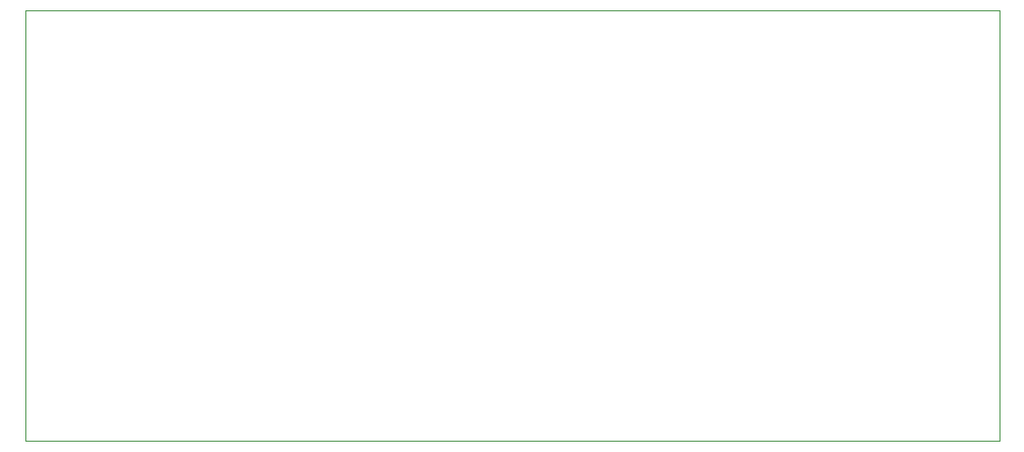
<source format=gm1>
G04 #@! TF.GenerationSoftware,KiCad,Pcbnew,(6.0.7-1)-1*
G04 #@! TF.CreationDate,2022-11-10T23:35:09-08:00*
G04 #@! TF.ProjectId,Lightsaber,4c696768-7473-4616-9265-722e6b696361,rev?*
G04 #@! TF.SameCoordinates,Original*
G04 #@! TF.FileFunction,Profile,NP*
%FSLAX46Y46*%
G04 Gerber Fmt 4.6, Leading zero omitted, Abs format (unit mm)*
G04 Created by KiCad (PCBNEW (6.0.7-1)-1) date 2022-11-10 23:35:09*
%MOMM*%
%LPD*%
G01*
G04 APERTURE LIST*
G04 #@! TA.AperFunction,Profile*
%ADD10C,0.100000*%
G04 #@! TD*
G04 APERTURE END LIST*
D10*
X189230000Y-78740000D02*
X101600000Y-78740000D01*
X101600000Y-78740000D02*
X101600000Y-117475000D01*
X101600000Y-117475000D02*
X189230000Y-117475000D01*
X189230000Y-117475000D02*
X189230000Y-78740000D01*
M02*

</source>
